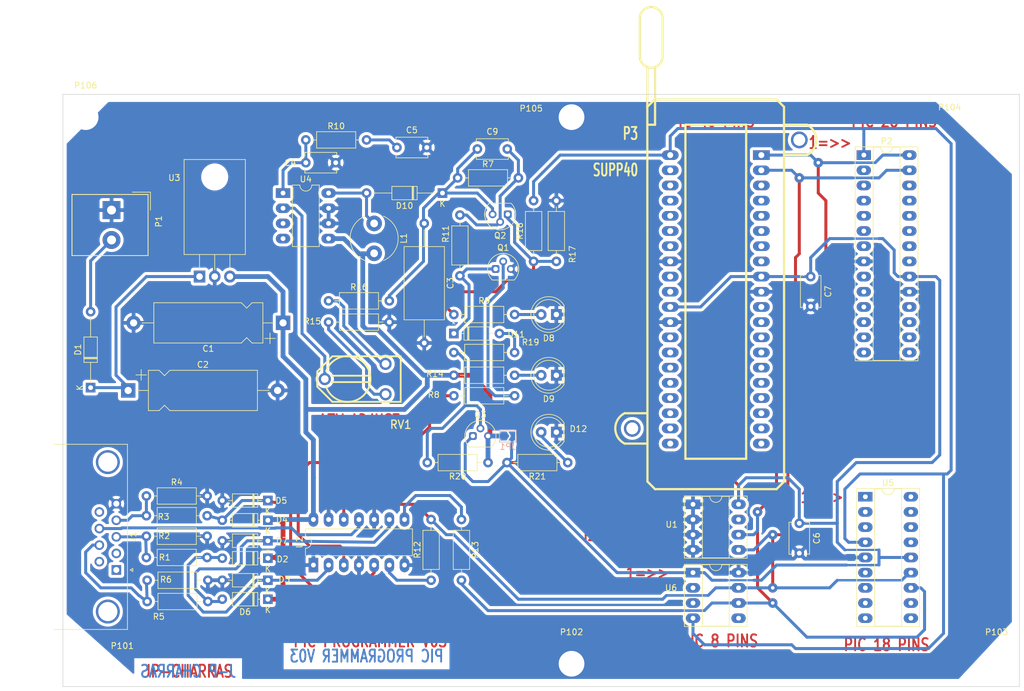
<source format=kicad_pcb>
(kicad_pcb (version 20230410) (generator pcbnew)
  (title_block (title "SERIAL PIC PROGRAMMER"))
  (layers (0 "F.Cu" signal "top_layer") (31 "B.Cu" signal "bottom_layer") (34 "B.Paste" user) (35 "F.Paste" user) (36 "B.SilkS" user "B.Silkscreen") (37 "F.SilkS" user "F.Silkscreen") (38 "B.Mask" user) (39 "F.Mask" user) (44 "Edge.Cuts" user))
  (net 0 "")
  (net 1 "/PC-CLOCK-OUT")
  (net 2 "GND")
  (net 3 "Net-(C2-Pad1)")
  (net 4 "Net-(C4-Pad1)")
  (net 5 "Net-(C5-Pad1)")
  (net 6 "Net-(C9-Pad2)")
  (net 7 "Net-(D11-Pad1)")
  (net 8 "Net-(D11-Pad2)")
  (net 9 "Net-(Q1-Pad2)")
  (net 10 "Net-(Q3-Pad2)")
  (net 11 "Net-(R12-Pad1)")
  (net 12 "Net-(R13-Pad1)")
  (net 13 "Net-(R15-Pad1)")
  (net 14 "Net-(R16-Pad1)")
  (net 15 "Net-(R8-Pad1)")
  (net 16 "Net-(RV1-Pad2)")
  (net 17 "VCC")
  (net 18 "VPP")
  (net 19 "Net-(D1-Pad2)")
  (net 20 "Net-(D4-Pad2)")
  (net 21 "Net-(D8-Pad2)")
  (net 22 "Net-(D9-Pad2)")
  (net 23 "Net-(D12-Pad2)")
  (net 24 "/pic_sockets/VCC_PIC")
  (net 25 "/CLOCK-RB6")
  (net 26 "/DATA-RB7")
  (net 27 "Net-(D2-Pad2)")
  (net 28 "Net-(D6-Pad2)")
  (net 29 "Net-(D10-Pad2)")
  (net 31 "/PC-DATA-IN")
  (net 32 "/PC-DATA-OUT")
  (net 33 "/VPP_ON")
  (net 34 "Net-(Q2-Pad1)")
  (net 38 "/VPP{slash}MCLR")
  (footprint "Capacitor_THT:CP_Axial_L18.0mm_D6.5mm_P25.00mm_Horizontal" (layer "F.Cu") (at 110.49 78.867 180)
    (fp_text reference "C1")
    (fp_text value "100µF")
  )
  (footprint "Capacitor_THT:CP_Axial_L18.0mm_D6.5mm_P25.00mm_Horizontal" (layer "F.Cu") (at 84.582 90.17)
    (fp_text reference "C2")
    (fp_text value "220uF")
  )
  (footprint "MountingHole:MountingHole_4.3mm_M4" (layer "F.Cu") (at 77.47 135.89)
    (fp_text reference "P101")
    (fp_text value "CONN_1")
  )
  (footprint "MountingHole:MountingHole_4.3mm_M4" (layer "F.Cu") (at 158.75 135.89)
    (fp_text reference "P102")
    (fp_text value "CONN_1")
  )
  (footprint "MountingHole:MountingHole_4.3mm_M4" (layer "F.Cu") (at 229.87 135.89)
    (fp_text reference "P103")
    (fp_text value "CONN_1")
  )
  (footprint "MountingHole:MountingHole_4.3mm_M4" (layer "F.Cu") (at 229.87 44.45)
    (fp_text reference "P104")
    (fp_text value "CONN_1")
  )
  (footprint "MountingHole:MountingHole_4.3mm_M4" (layer "F.Cu") (at 158.75 44.45)
    (fp_text reference "P105")
    (fp_text value "CONN_1")
  )
  (footprint "MountingHole:MountingHole_4.3mm_M4" (layer "F.Cu") (at 77.47 44.45)
    (fp_text reference "P106")
    (fp_text value "CONN_1")
  )
  (footprint "footprints:40tex-Ell600" (layer "F.Cu") (at 175.26 50.8)
    (fp_text reference "P3")
    (fp_text value "SUPP40")
  )
  (footprint "Package_DIP:DIP-8_W7.62mm_Socket_LongPads" (layer "F.Cu") (at 179.07 120.65)
    (fp_text reference "U6")
    (fp_text value "PIC_8_PINS")
  )
  (footprint "Package_DIP:DIP-8_W7.62mm_Socket_LongPads" (layer "F.Cu") (at 179.07 109.22)
    (fp_text reference "U1")
    (fp_text value "24Cxx")
  )
  (footprint "Package_DIP:DIP-8_W7.62mm_LongPads" (layer "F.Cu") (at 110.49 57.15)
    (fp_text reference "U4")
    (fp_text value "LT1373")
  )
  (footprint "Package_DIP:DIP-28_W7.62mm_Socket_LongPads" (layer "F.Cu") (at 207.645 50.8)
    (fp_text reference "P2")
    (fp_text value "SUPP28")
  )
  (footprint "Package_DIP:DIP-18_W7.62mm_Socket_LongPads" (layer "F.Cu") (at 207.899 107.95)
    (fp_text reference "U5")
    (fp_text value "PIC_18_PINS")
  )
  (footprint "Package_DIP:DIP-14_W7.62mm_LongPads" (layer "F.Cu") (at 115.57 119.38 90)
    (fp_text reference "U2")
    (fp_text value "74HC125")
  )
  (footprint "Diode_THT:D_DO-35_SOD27_P7.62mm_Horizontal" (layer "F.Cu") (at 107.95 118.237 180)
    (fp_text reference "D2")
    (fp_text value "BAT43")
  )
  (footprint "Diode_THT:D_DO-35_SOD27_P7.62mm_Horizontal" (layer "F.Cu") (at 107.95 121.92 180)
    (fp_text reference "D3")
    (fp_text value "BAT43")
  )
  (footprint "Diode_THT:D_DO-35_SOD27_P7.62mm_Horizontal" (layer "F.Cu") (at 107.95 111.887 180)
    (fp_text reference "D4")
    (fp_text value "BAT43")
  )
  (footprint "Diode_THT:D_DO-35_SOD27_P7.62mm_Horizontal" (layer "F.Cu") (at 107.95 108.585 180)
    (fp_text reference "D5")
    (fp_text value "BAT43")
  )
  (footprint "Diode_THT:D_DO-35_SOD27_P7.62mm_Horizontal" (layer "F.Cu") (at 139.065 80.645)
    (fp_text reference "D11")
    (fp_text value "BAT43")
  )
  (footprint "Diode_THT:D_DO-35_SOD27_P7.62mm_Horizontal" (layer "F.Cu") (at 107.95 115.316 180)
    (fp_text reference "D7")
    (fp_text value "BAT43")
  )
  (footprint "Diode_THT:D_DO-35_SOD27_P7.62mm_Horizontal" (layer "F.Cu") (at 107.95 125.095 180)
    (fp_text reference "D6")
    (fp_text value "BAT43")
  )
  (footprint "Connector_Dsub:DSUB-9_Female_Horizontal_P2.77x2.84mm_EdgePinOffset7.70mm_Housed_MountingHolesOffset9.12mm" (layer "F.Cu") (at 82.6 120.2 -90)
    (fp_text reference "J1")
    (fp_text value "DB9-FEMAL")
  )
  (footprint "Package_TO_SOT_THT:TO-92" (layer "F.Cu") (at 142.24 97.79)
    (fp_text reference "Q3")
    (fp_text value "BC307")
  )
  (footprint "Package_TO_SOT_THT:TO-92" (layer "F.Cu") (at 148.082 60.706 180)
    (fp_text reference "Q2")
    (fp_text value "BC307")
  )
  (footprint "Package_TO_SOT_THT:TO-92" (layer "F.Cu") (at 146.05 69.85)
    (fp_text reference "Q1")
    (fp_text value "BC237")
  )
  (footprint "Resistor_THT:R_Axial_DIN0207_L6.3mm_D2.5mm_P10.16mm_Horizontal" (layer "F.Cu") (at 152.4 68.58 90)
    (fp_text reference "R18")
    (fp_text value "220")
  )
  (footprint "Resistor_THT:R_Axial_DIN0207_L6.3mm_D2.5mm_P10.16mm_Horizontal" (layer "F.Cu") (at 114.3 48.26)
    (fp_text reference "R10")
    (fp_text value "5,1K")
  )
  (footprint "Resistor_THT:R_Axial_DIN0207_L6.3mm_D2.5mm_P10.16mm_Horizontal" (layer "F.Cu") (at 139.065 77.47)
    (fp_text reference "R9")
    (fp_text value "2.2K")
  )
  (footprint "Resistor_THT:R_Axial_DIN0207_L6.3mm_D2.5mm_P10.16mm_Horizontal" (layer "F.Cu") (at 87.63 118.11)
    (fp_text reference "R1")
    (fp_text value "10K")
  )
  (footprint "Resistor_THT:R_Axial_DIN0207_L6.3mm_D2.5mm_P10.16mm_Horizontal" (layer "F.Cu") (at 87.63 114.554)
    (fp_text reference "R2")
    (fp_text value "10K")
  )
  (footprint "Resistor_THT:R_Axial_DIN0207_L6.3mm_D2.5mm_P10.16mm_Horizontal" (layer "F.Cu") (at 87.63 111.125)
    (fp_text reference "R3")
    (fp_text value "10K")
  )
  (footprint "Resistor_THT:R_Axial_DIN0207_L6.3mm_D2.5mm_P10.16mm_Horizontal" (layer "F.Cu") (at 87.63 107.823)
    (fp_text reference "R4")
    (fp_text value "10K")
  )
  (footprint "Resistor_THT:R_Axial_DIN0207_L6.3mm_D2.5mm_P10.16mm_Horizontal" (layer "F.Cu") (at 87.757 125.476)
    (fp_text reference "R5")
    (fp_text value "10K")
  )
  (footprint "Resistor_THT:R_Axial_DIN0207_L6.3mm_D2.5mm_P10.16mm_Horizontal" (layer "F.Cu") (at 139.7 54.61)
    (fp_text reference "R7")
    (fp_text value "10K")
  )
  (footprint "Resistor_THT:R_Axial_DIN0207_L6.3mm_D2.5mm_P10.16mm_Horizontal" (layer "F.Cu") (at 87.757 121.92)
    (fp_text reference "R6")
    (fp_text value "10K")
  )
  (footprint "Resistor_THT:R_Axial_DIN0207_L6.3mm_D2.5mm_P10.16mm_Horizontal" (layer "F.Cu") (at 158.115 102.235 180)
    (fp_text reference "R21")
    (fp_text value "470")
  )
  (footprint "Resistor_THT:R_Axial_DIN0207_L6.3mm_D2.5mm_P10.16mm_Horizontal" (layer "F.Cu") (at 144.78 102.235 180)
    (fp_text reference "R20")
    (fp_text value "2.2K")
  )
  (footprint "Resistor_THT:R_Axial_DIN0207_L6.3mm_D2.5mm_P10.16mm_Horizontal" (layer "F.Cu") (at 149.225 83.82 180)
    (fp_text reference "R19")
    (fp_text value "2.2K")
  )
  (footprint "Resistor_THT:R_Axial_DIN0207_L6.3mm_D2.5mm_P10.16mm_Horizontal" (layer "F.Cu") (at 156.21 68.58 90)
    (fp_text reference "R17")
    (fp_text value "22K")
  )
  (footprint "Resistor_THT:R_Axial_DIN0207_L6.3mm_D2.5mm_P10.16mm_Horizontal" (layer "F.Cu") (at 118.11 75.184)
    (fp_text reference "R16")
    (fp_text value "62K")
  )
  (footprint "Resistor_THT:R_Axial_DIN0207_L6.3mm_D2.5mm_P10.16mm_Horizontal" (layer "F.Cu") (at 118.11 78.74)
    (fp_text reference "R15")
    (fp_text value "6.2K")
  )
  (footprint "Resistor_THT:R_Axial_DIN0207_L6.3mm_D2.5mm_P10.16mm_Horizontal" (layer "F.Cu") (at 139.065 87.63)
    (fp_text reference "R14")
    (fp_text value "470")
  )
  (footprint "Resistor_THT:R_Axial_DIN0207_L6.3mm_D2.5mm_P10.16mm_Horizontal" (layer "F.Cu") (at 140.335 111.76 -90)
    (fp_text reference "R13")
    (fp_text value "470")
  )
  (footprint "Resistor_THT:R_Axial_DIN0207_L6.3mm_D2.5mm_P10.16mm_Horizontal" (layer "F.Cu") (at 139.065 91.059)
    (fp_text reference "R8")
    (fp_text value "1K")
  )
  (footprint "Resistor_THT:R_Axial_DIN0207_L6.3mm_D2.5mm_P10.16mm_Horizontal" (layer "F.Cu") (at 135.255 121.92 90)
    (fp_text reference "R12")
    (fp_text value "470")
  )
  (footprint "LED_THT:LED_D5.0mm" (layer "F.Cu") (at 156.21 77.47 180)
    (fp_text reference "D8")
    (fp_text value "RED-LED")
  )
  (footprint "LED_THT:LED_D5.0mm" (layer "F.Cu") (at 156.21 87.63 180)
    (fp_text reference "D9")
    (fp_text value "GREEN-LED")
  )
  (footprint "LED_THT:LED_D5.0mm" (layer "F.Cu") (at 156.21 97.155 180)
    (fp_text reference "D12")
    (fp_text value "YELLOW-LED")
  )
  (footprint "Capacitor_THT:C_Disc_D5.1mm_W3.2mm_P5.00mm" (layer "F.Cu") (at 114.3 52.07)
    (fp_text reference "C4")
    (fp_text value "0")
  )
  (footprint "Capacitor_THT:C_Disc_D5.1mm_W3.2mm_P5.00mm" (layer "F.Cu") (at 129.54 49.53)
    (fp_text reference "C5")
    (fp_text value "10nF")
  )
  (footprint "Capacitor_THT:C_Disc_D5.1mm_W3.2mm_P5.00mm" (layer "F.Cu") (at 198.755 71.12 -90)
    (fp_text reference "C7")
    (fp_text value "100nF")
  )
  (footprint "Capacitor_THT:C_Disc_D5.1mm_W3.2mm_P5.00mm" (layer "F.Cu") (at 143.002 49.784)
    (fp_text reference "C9")
    (fp_text value "220nF")
  )
  (footprint "Capacitor_THT:C_Disc_D5.1mm_W3.2mm_P5.00mm" (layer "F.Cu") (at 196.85 112.395 -90)
    (fp_text reference "C6")
    (fp_text value "100nF")
  )
  (footprint "Diode_THT:D_DO-35_SOD27_P12.70mm_Horizontal" (layer "F.Cu") (at 137.16 57.15 180)
    (fp_text reference "D10")
    (fp_text value "SCHOTTKY")
  )
  (footprint "footprints:RV2X4" (layer "F.Cu") (at 127.635 90.805 180)
    (fp_text reference "RV1")
    (fp_text value "1K")
  )
  (footprint "TerminalBlock_Altech:Altech_AK300_1x02_P5.00mm_45-Degree" (layer "F.Cu") (at 81.8 60 -90)
    (fp_text reference "P1")
    (fp_text value "CONN_2")
  )
  (footprint "Package_TO_SOT_THT:TO-220-3_Horizontal_TabDown" (layer "F.Cu") (at 96.52 71.12)
    (fp_text reference "U3")
    (fp_text value "7805")
  )
  (footprint "Resistor_THT:R_Axial_DIN0207_L6.3mm_D2.5mm_P10.16mm_Horizontal" (layer "F.Cu") (at 140.081 70.993 90)
    (fp_text reference "R11")
    (fp_text value "22K")
  )
  (footprint "Capacitor_THT:C_Axial_L12.0mm_D6.5mm_P20.00mm_Horizontal" (layer "F.Cu") (at 134.112 62.23 -90)
    (fp_text reference "C3")
    (fp_text value "22uF/25V")
  )
  (footprint "Inductor_THT:L_Radial_D7.8mm_P5.00mm_Fastron_07HCP" (layer "F.Cu") (at 125.73 62.23 -90)
    (fp_text reference "L1")
    (fp_text value "22uH")
  )
  (footprint "Diode_THT:D_DO-35_SOD27_P12.70mm_Horizontal" (layer "F.Cu") (at 78.3 89.7 90)
    (fp_text reference "D1")
    (fp_text value "1N4004")
  )
  (footprint "Jumper:SolderJumper-2_P1.3mm_Open_TrianglePad1.0x1.5mm" (layer "B.Cu") (at 148.082 97.79)
    (fp_text reference "JP1")
    (fp_text value "JUMPER")
  )
  (gr_line (start 73.66 139.7) (end 73.66 40.64) (stroke (width 0.1)) (layer "Edge.Cuts"))
  (gr_line (start 173.99 40.64) (end 233.68 40.64) (stroke (width 0.1)) (layer "Edge.Cuts"))
  (gr_line (start 73.66 40.64) (end 173.99 40.64) (stroke (width 0.1)) (layer "Edge.Cuts"))
  (gr_line (start 233.68 139.7) (end 73.66 139.7) (stroke (width 0.1)) (layer "Edge.Cuts"))
  (gr_line (start 233.68 40.64) (end 233.68 139.7) (stroke (width 0.1)) (layer "Edge.Cuts"))
  (gr_text "+8/12V" (at 81.5 55.5) (layer "F.Cu") (effects (font (size 2.032 1.524) (thickness 0.3048))))
  (gr_text "VCC ON" (at 162.9 99.1) (layer "F.Cu") (effects (font (size 2.032 1.524) (thickness 0.3048))))
  (gr_text "JP-CHARRAS" (at 94.615 137.16) (layer "F.Cu") (effects (font (size 2.032 1.524) (thickness 0.3048))))
  (gr_text "1=>>" (at 167.64 48.895) (layer "F.Cu") (effects (font (size 2.032 1.524) (thickness 0.3048))))
  (gr_text "PWR ON" (at 163.83 88.9) (layer "F.Cu") (effects (font (size 2.032 1.524) (thickness 0.3048))))
  (gr_text "PIC PROGRAMMER V03" (at 125.095 132.08) (layer "F.Cu") (effects (font (size 2.032 1.524) (thickness 0.3048))))
  (gr_text "1=>>" (at 200.66 107.95) (layer "F.Cu") (effects (font (size 2.032 1.524) (thickness 0.3048))))
  (gr_text "PIC 18 PINS" (at 211.455 132.715) (layer "F.Cu") (effects (font (size 2.032 1.524) (thickness 0.3048))))
  (gr_text "I2C PROM" (at 166.37 114.3) (layer "F.Cu") (effects (font (size 2.032 1.524) (thickness 0.3048))))
  (gr_text "VPP ON" (at 163.195 80.645) (layer "F.Cu") (effects (font (size 2.032 1.524) (thickness 0.3048))))
  (gr_text "1=>>" (at 171.45 109.22) (layer "F.Cu") (effects (font (size 2.032 1.524) (thickness 0.3048))))
  (gr_text "13V ADJUST" (at 123.19 95.25) (layer "F.Cu") (effects (font (size 2.032 1.524) (thickness 0.3048))))
  (gr_text "PIC 8 PINS" (at 183.515 132.08) (layer "F.Cu") (effects (font (size 2.032 1.524) (thickness 0.3048))))
  (gr_text "PIC 28 PINS" (at 212.725 45.085) (layer "F.Cu") (effects (font (size 2.032 1.524) (thickness 0.3048))))
  (gr_text "1=>>" (at 171.45 120.65) (layer "F.Cu") (effects (font (size 2.032 1.524) (thickness 0.3048))))
  (gr_text "PIC 40 PINS" (at 182.245 45.085) (layer "F.Cu") (effects (font (size 2.032 1.524) (thickness 0.3048))))
  (gr_text "1=>>" (at 202 48.7) (layer "F.Cu") (effects (font (size 2.032 1.524) (thickness 0.3048))))
  (gr_text "J-P CHARRAS" (at 94.615 137.16) (layer "B.Cu") (effects (font (size 2.032 1.524) (thickness 0.3048)) (justify mirror)))
  (gr_text "PIC PROGRAMMER V03" (at 124.46 134.62) (layer "B.Cu") (effects (font (size 2.032 1.524) (thickness 0.3048)) (justify mirror)))
  (segment (start 85.09 123.19) (end 86.36 124.46) (width 0.5) (layer "B.Cu") (net 1))
  (segment (start 77.47 117.475) (end 77.47 120.65) (width 0.5) (layer "B.Cu") (net 1))
  (segment (start 78.62863 116.045) (end 77.47 117.20363) (width 0.5) (layer "B.Cu") (net 1))
  (segment (start 86.36 124.46) (end 87.757 125.476) (width 0.5) (layer "B.Cu") (net 1))
  (segment (start 80.01 123.19) (end 85.09 123.19) (width 0.5) (layer "B.Cu") (net 1))
  (segment (start 87.757 125.476) (end 87.63 121.92) (width 0.5) (layer "B.Cu") (net 1))
  (segment (start 79.76 116.045) (end 78.62863 116.045) (width 0.5) (layer "B.Cu") (net 1))
  (segment (start 77.47 120.65) (end 80.01 123.19) (width 0.5) (layer "B.Cu") (net 1))
  (segment (start 77.47 117.20363) (end 77.47 117.475) (width 0.5) (layer "B.Cu") (net 1))
  (segment (start 82.55 76.2) (end 87.63 71.12) (width 0.5) (layer "B.Cu") (net 3))
  (segment (start 84.112 89.7) (end 84.582 90.17) (width 0.5) (layer "B.Cu") (net 3))
  (segment (start 84.455 89.535) (end 82.55 87.63) (width 0.5) (layer "B.Cu") (net 3))
  (segment (start 78.3 89.7) (end 84.112 89.7) (width 0.5) (layer "B.Cu") (net 3))
  (segment (start 87.63 71.12) (end 96.52 71.12) (width 0.5) (layer "B.Cu") (net 3))
  (segment (start 82.55 87.63) (end 82.55 76.2) (width 0.5) (layer "B.Cu") (net 3))
  (segment (start 84.455 90.17) (end 84.455 89.535) (width 0.5) (layer "B.Cu") (net 3))
  (segment (start 114.3 48.26) (end 114.3 52.07) (width 0.5) (layer "B.Cu") (net 4))
  (segment (start 110.49 57.15) (end 110.49 53.34) (width 0.5) (layer "B.Cu") (net 4))
  (segment (start 110.49 53.34) (end 111.76 52.07) (width 0.5) (layer "B.Cu") (net 4))
  (segment (start 111.76 52.07) (end 114.3 52.07) (width 0.5) (layer "B.Cu") (net 4))
  (segment (start 124.46 48.26) (end 128.27 48.26) (width 0.5) (layer "B.Cu") (net 5))
  (segment (start 128.27 48.26) (end 129.54 49.53) (width 0.5) (layer "B.Cu") (net 5))
  (segment (start 149.86 51.642) (end 149.86 54.61) (width 0.5) (layer "B.Cu") (net 6))
  (segment (start 141.21237 60.833) (end 142.855369 62.475999) (width 0.5) (layer "B.Cu") (net 6))
  (segment (start 146.312001 62.475999) (end 146.812 61.976) (width 0.5) (layer "B.Cu") (net 6))
  (segment (start 146.812 57.658) (end 149.86 54.61) (width 0.5) (layer "B.Cu") (net 6))
  (segment (start 148.002 49.784) (end 149.86 51.642) (width 0.5) (layer "B.Cu") (net 6))
  (segment (start 146.812 61.976) (end 146.812 57.658) (width 0.5) (layer "B.Cu") (net 6))
  (segment (start 140.081 60.833) (end 141.21237 60.833) (width 0.5) (layer "B.Cu") (net 6))
  (segment (start 142.855369 62.475999) (end 146.312001 62.475999) (width 0.5) (layer "B.Cu") (net 6))
  (segment (start 141.605 72.517) (end 140.081 70.993) (width 0.5) (layer "B.Cu") (net 7))
  (segment (start 141.605 78.105) (end 141.605 72.517) (width 0.5) (layer "B.Cu") (net 7))
  (segment (start 141.224 69.85) (end 146.05 69.85) (width 0.5) (layer "B.Cu") (net 7))
  (segment (start 140.081 70.993) (end 141.224 69.85) (width 0.5) (layer "B.Cu") (net 7))
  (segment (start 139.065 80.645) (end 141.605 78.105) (width 0.5) (layer "B.Cu") (net 7))
  (segment (start 146.685 80.645) (end 148.59 80.645) (width 0.5) (layer "B.Cu") (net 8))
  (segment (start 148.59 80.645) (end 149.225 81.28) (width 0.5) (layer "B.Cu") (net 8))
  (segment (start 149.225 81.28) (end 149.225 83.82) (width 0.5) (layer "B.Cu") (net 8))
  (segment (start 145.923 91.059) (end 144.78 89.916) (width 0.5) (layer "B.Cu") (net 9))
  (segment (start 147.32 71.12) (end 147.32 68.58) (width 0.5) (layer "B.Cu") (net 9))
  (segment (start 147.32 73.025) (end 147.32 71.12) (width 0.5) (layer "B.Cu") (net 9))
  (segment (start 144.78 89.916) (end 144.78 75.565) (width 0.5) (layer "B.Cu") (net 9))
  (segment (start 144.78 75.565) (end 147.32 73.025) (width 0.5) (layer "B.Cu") (net 9))
  (segment (start 149.225 91.059) (end 145.923 91.059) (width 0.5) (layer "B.Cu") (net 9))
  (segment (start 135.255 96.52) (end 137.16 96.52) (width 0.5) (layer "B.Cu") (net 10))
  (segment (start 135.255 96.52) (end 134.62 97.155) (width 0.5) (layer "B.Cu") (net 10))
  (segment (start 143.51 93.345) (end 143.51 96.52) (width 0.5) (layer "B.Cu") (net 10))
  (segment (start 142.875 92.71) (end 143.51 93.345) (width 0.5) (layer "B.Cu") (net 10))
  (segment (start 134.62 97.155) (end 134.62 102.235) (width 0.5) (layer "B.Cu") (net 10))
  (segment (start 140.97 85.09) (end 139.7 83.82) (width 0.5) (layer "B.Cu") (net 10))
  (segment (start 140.97 85.09) (end 140.97 92.71) (width 0.5) (layer "B.Cu") (net 10))
  (segment (start 137.16 96.52) (end 140.97 92.71) (width 0.5) (layer "B.Cu") (net 10))
  (segment (start 139.7 83.82) (end 139.065 83.82) (width 0.5) (layer "B.Cu") (net 10))
  (segment (start 140.97 92.71) (end 142.875 92.71) (width 0.5) (layer "B.Cu") (net 10))
  (segment (start 128.27 119.38) (end 128.27 120.65) (width 0.5) (layer "B.Cu") (net 11))
  (segment (start 128.27 120.65) (end 129.54 121.92) (width 0.5) (layer "B.Cu") (net 11))
  (segment (start 129.54 121.92) (end 135.255 121.92) (width 0.5) (layer "B.Cu") (net 11))
  (segment (start 130.81 109.6264) (end 132.6896 107.7468) (width 0.5) (layer "B.Cu") (net 12))
  (segment (start 132.6896 107.7468) (end 138.4046 107.7468) (width 0.5) (layer "B.Cu") (net 12))
  (segment (start 138.4046 107.7468) (end 140.335 109.6772) (width 0.5) (layer "B.Cu") (net 12))
  (segment (start 140.335 109.6772) (end 140.335 111.76) (width 0.5) (layer "B.Cu") (net 12))
  (segment (start 130.81 111.76) (end 130.81 109.6264) (width 0.5) (layer "B.Cu") (net 12))
  (segment (start 118.11 80.01) (end 124.46 86.36) (width 0.5) (layer "B.Cu") (net 13))
  (segment (start 124.46 86.36) (end 124.46 89.535) (width 0.5) (layer "B.Cu") (net 13))
  (segment (start 125.73 90.805) (end 127.635 90.805) (width 0.5) (layer "B.Cu") (net 13))
  (segment (start 118.11 78.74) (end 118.11 80.01) (width 0.5) (layer "B.Cu") (net 13))
  (segment (start 124.46 89.535) (end 125.73 90.805) (width 0.5) (layer "B.Cu") (net 13))
  (segment (start 119.634 75.184) (end 120.65 76.2) (width 0.5) (layer "B.Cu") (net 14))
  (segment (start 120.65 79.375) (end 127 85.725) (width 0.5) (layer "B.Cu") (net 14))
  (segment (start 127 85.725) (end 127.635 85.725) (width 0.5) (layer "B.Cu") (net 14))
  (segment (start 118.11 75.184) (end 119.634 75.184) (width 0.5) (layer "B.Cu") (net 14))
  (segment (start 120.65 76.2) (end 120.65 79.375) (width 0.5) (layer "B.Cu") (net 14))
  (segment (start 135.001 96.266) (end 135.001 92.456) (width 0.5) (layer "F.Cu") (net 15))
  (segment (start 120.015 116.205) (end 114.935 116.205) (width 0.5) (layer "F.Cu") (net 15))
  (segment (start 114.935 102.235) (end 129.032 102.235) (width 0.5) (layer "F.Cu") (net 15))
  (segment (start 129.032 102.235) (end 135.001 96.266) (width 0.5) (layer "F.Cu") (net 15))
  (segment (start 136.398 91.059) (end 139.065 91.059) (width 0.5) (layer "F.Cu") (net 15))
  (segment (start 135.001 92.456) (end 136.398 91.059) (width 0.5) (layer "F.Cu") (net 15))
  (segment (start 113.03 104.14) (end 114.935 102.235) (width 0.5) (layer "F.Cu") (net 15))
  (segment (start 113.03 114.3) (end 113.03 104.14) (width 0.5) (layer "F.Cu") (net 15))
  (segment (start 120.65 116.84) (end 120.015 116.205) (width 0.5) (layer "F.Cu") (net 15))
  (segment (start 114.935 116.205) (end 113.03 114.3) (width 0.5) (layer "F.Cu") (net 15))
  (segment (start 120.65 119.38) (end 120.65 116.84) (width 0.5) (layer "F.Cu") (net 15))
  (segment (start 112.395 59.69) (end 113.665 60.96) (width 0.5) (layer "B.Cu") (net 16))
  (segment (start 110.49 59.69) (end 112.395 59.69) (width 0.5) (layer "B.Cu") (net 16))
  (segment (start 113.665 60.96) (end 113.665 80.645) (width 0.5) (layer "B.Cu") (net 16))
  (segment (start 117.475 84.455) (end 117.475 88.265) (width 0.5) (layer "B.Cu") (net 16))
  (segment (start 113.665 80.645) (end 117.475 84.455) (width 0.5) (layer "B.Cu") (net 16))
  (segment (start 110.49 124.155) (end 110.49 119.38) (width 0.8) (layer "F.Cu") (net 17))
  (segment (start 145.1 97.47) (end 144.78 97.79) (width 0.8) (layer "F.Cu") (net 17))
  (segment (start 141.986 87.63) (end 145.1 90.744) (width 0.8) (layer "F.Cu") (net 17))
  (segment (start 109.55 125.095) (end 110.49 124.155) (width 0.8) (layer "F.Cu") (net 17))
  (segment (start 145.1 90.744) (end 145.1 97.47) (width 0.8) (layer "F.Cu") (net 17))
  (segment (start 110.49 119.38) (end 109.22 118.11) (width 0.8) (layer "F.Cu") (net 17))
  (segment (start 107.95 125.095) (end 109.55 125.095) (width 0.8) (layer "F.Cu") (net 17))
  (segment (start 109.22 118.11) (end 107.95 118.11) (width 0.8) (layer "F.Cu") (net 17))
  (segment (start 109.855 111.76) (end 110.49 112.395) (width 0.8) (layer "F.Cu") (net 17))
  (segment (start 110.49 112.395) (end 110.49 116.84) (width 0.8) (layer "F.Cu") (net 17))
  (segment (start 107.95 111.76) (end 109.855 111.76) (width 0.8) (layer "F.Cu") (net 17))
  (segment (start 139.065 87.63) (end 141.986 87.63) (width 0.8) (layer "F.Cu") (net 17))
  (segment (start 110.49 116.84) (end 109.22 118.11) (width 0.8) (layer "F.Cu") (net 17))
  (segment (start 144.78 97.79) (end 144.78 97.917) (width 0.8) (layer "B.Cu") (net 17))
  (segment (start 124.46 80.01) (end 123.825 79.375) (width 0.8) (layer "B.Cu") (net 17))
  (segment (start 134.62 87.63) (end 133.985 87.63) (width 0.8) (layer "B.Cu") (net 17))
  (segment (start 107.95 111.76) (end 115.57 111.76) (width 0.8) (layer "B.Cu") (net 17))
  (segment (start 114.3 88.265) (end 114.3 93.345) (width 0.8) (layer "B.Cu") (net 17))
  (segment (start 110.49 78.74) (end 110.49 73.66) (width 0.8) (layer "B.Cu") (net 17))
  (segment (start 110.49 73.66) (end 107.95 71.12) (width 0.8) (layer "B.Cu") (net 17))
  (segment (start 123.825 67.31) (end 123.19 67.31) (width 0.8) (layer "B.Cu") (net 17))
  (segment (start 130.81 93.345) (end 134.62 89.535) (width 0.8) (layer "B.Cu") (net 17))
  (segment (start 147.447 97.79) (end 144.78 97.79) (width 0.8) (layer "B.Cu") (net 17))
  (segment (start 114.3 93.345) (end 114.3 97.155) (width 0.8) (layer "B.Cu") (net 17))
  (segment (start 115.57 111.76) (end 115.57 104.775) (width 0.8) (layer "B.Cu") (net 17))
  (segment (start 123.825 79.375) (end 123.825 67.31) (width 0.8) (layer "B.Cu") (net 17))
  (segment (start 110.49 84.455) (end 114.3 88.265) (width 0.8) (layer "B.Cu") (net 17))
  (segment (start 125.73 67.31) (end 123.825 67.31) (width 0.8) (layer "B.Cu") (net 17))
  (segment (start 133.985 87.63) (end 126.365 80.01) (width 0.8) (layer "B.Cu") (net 17))
  (segment (start 118.11 64.77) (end 120.65 64.77) (width 0.8) (layer "B.Cu") (net 17))
  (segment (start 115.57 98.425) (end 115.57 104.775) (width 0.8) (layer "B.Cu") (net 17))
  (segment (start 126.365 80.01) (end 124.46 80.01) (width 0.8) (layer "B.Cu") (net 17))
  (segment (start 114.3 97.155) (end 115.57 98.425) (width 0.8) (layer "B.Cu") (net 17))
  (segment (start 114.3 93.345) (end 130.81 93.345) (width 0.8) (layer "B.Cu") (net 17))
  (segment (start 139.065 87.63) (end 134.62 87.63) (width 0.8) (layer "B.Cu") (net 17))
  (segment (start 110.49 78.74) (end 110.49 84.455) (width 0.8) (layer "B.Cu") (net 17))
  (segment (start 123.19 67.31) (end 120.65 64.77) (width 0.8) (layer "B.Cu") (net 17))
  (segment (start 134.62 89.535) (end 134.62 87.63) (width 0.8) (layer "B.Cu") (net 17))
  (segment (start 101.6 71.12) (end 107.95 71.12) (width 0.8) (layer "B.Cu") (net 17))
  (segment (start 144.78 102.235) (end 144.78 97.917) (width 0.8) (layer "B.Cu") (net 17))
  (segment (start 139.7 54.61) (end 139.7 53.086) (width 0.5) (layer "B.Cu") (net 18))
  (segment (start 145.542 59.706) (end 142.986 57.15) (width 0.5) (layer "B.Cu") (net 18))
  (segment (start 137.16 57.15) (end 142.748 57.15) (width 0.5) (layer "B.Cu") (net 18))
  (segment (start 136.525 57.15) (end 137.16 57.15) (width 0.5) (layer "B.Cu") (net 18))
  (segment (start 133.985 68.58) (end 128.27 74.295) (width 0.5) (layer "B.Cu") (net 18))
  (segment (start 142.986 57.15) (end 142.748 57.15) (width 0.5) (layer "B.Cu") (net 18))
  (segment (start 139.7 53.086) (end 143.002 49.784) (width 0.5) (layer "B.Cu") (net 18))
  (segment (start 136.525 57.15) (end 133.985 59.69) (width 0.5) (layer "B.Cu") (net 18))
  (segment (start 133.985 62.23) (end 133.985 68.58) (width 0.5) (layer "B.Cu") (net 18))
  (segment (start 137.16 57.15) (end 139.7 54.61) (width 0.5) (layer "B.Cu") (net 18))
  (segment (start 145.542 60.706) (end 145.542 59.706) (width 0.5) (layer "B.Cu") (net 18))
  (segment (start 133.985 62.23) (end 133.985 59.69) (width 0.5) (layer "B.Cu") (net 18))
  (segment (start 128.27 74.295) (end 128.27 75.184) (width 0.5) (layer "B.Cu") (net 18))
  (segment (start 78.3 68.5) (end 78.3 77) (width 0.5) (layer "B.Cu") (net 19))
  (segment (start 81.8 65) (end 78.3 68.5) (width 0.5) (layer "B.Cu") (net 19))
  (segment (start 111.76 119.38) (end 115.57 123.19) (width 0.5) (layer "F.Cu") (net 20))
  (segment (start 125.73 120.65) (end 125.73 119.38) (width 0.5) (layer "F.Cu") (net 20))
  (segment (start 111.76 109.855) (end 111.76 119.38) (width 0.5) (layer "F.Cu") (net 20))
  (segment (start 115.57 123.19) (end 123.19 123.19) (width 0.5) (layer "F.Cu") (net 20))
  (segment (start 107.95 108.712) (end 111.125 109.22) (width 0.5) (layer "F.Cu") (net 20))
  (segment (start 111.125 109.22) (end 111.76 109.855) (width 0.5) (layer "F.Cu") (net 20))
  (segment (start 123.19 123.19) (end 125.73 120.65) (width 0.5) (layer "F.Cu") (net 20))
  (segment (start 107.95 108.585) (end 103.632 108.585) (width 0.5) (layer "B.Cu") (net 20))
  (segment (start 100.33 111.76) (end 97.79 111.125) (width 0.5) (layer "B.Cu") (net 20))
  (segment (start 103.632 108.585) (end 100.33 111.887) (width 0.5) (layer "B.Cu") (net 20))
  (segment (start 153.67 77.47) (end 149.225 77.47) (width 0.5) (layer "B.Cu") (net 21))
  (segment (start 153.67 87.63) (end 149.225 87.63) (width 0.5) (layer "B.Cu") (net 22))
  (segment (start 153.67 97.155) (end 153.67 97.79) (width 0.5) (layer "B.Cu") (net 23))
  (segment (start 153.67 97.79) (end 158.115 102.235) (width 0.5) (layer "B.Cu") (net 23))
  (segment (start 154.305 104.775) (end 151.765 102.235) (width 0.5) (layer "F.Cu") (net 24))
  (segment (start 151.765 102.235) (end 147.955 102.235) (width 0.5) (layer "F.Cu") (net 24))
  (segment (start 185.42 104.775) (end 186.69 106.045) (width 0.5) (layer "F.Cu") (net 24))
  (segment (start 186.69 109.22) (end 186.69 106.045) (width 0.5) (layer "F.Cu") (net 24))
  (segment (start 170.18 104.775) (end 154.305 104.775) (width 0.5) (layer "F.Cu") (net 24))
  (segment (start 170.18 104.775) (end 185.42 104.775) (width 0.5) (layer "F.Cu") (net 24))
  (segment (start 184.7 121.92) (end 189.23 121.92) (width 0.35) (layer "B.Cu") (net 24))
  (segment (start 204.47 116.84) (end 210.185 116.84) (width 0.35) (layer "B.Cu") (net 24))
  (segment (start 148.717 101.473) (end 147.955 102.235) (width 0.5) (layer "B.Cu") (net 24))
  (segment (start 148.717 99.314) (end 148.717 101.473) (width 0.5) (layer "B.Cu") (net 24))
  (segment (start 206.375 102.235) (end 219.075 102.235) (width 0.5) (layer "B.Cu") (net 24))
  (segment (start 212.725 70.485) (end 213.36 71.12) (width 0.5) (layer "B.Cu") (net 24))
  (segment (start 148.807 99.224) (end 148.717 99.314) (width 0.5) (layer "B.Cu") (net 24))
  (segment (start 212.725 66.675) (end 212.725 70.485) (width 0.5) (layer "B.Cu") (net 24))
  (segment (start 204.724 119.38) (end 193.04 119.38) (width 0.5) (layer "B.Cu") (net 24))
  (segment (start 210.185 118.11) (end 210.185 116.84) (width 0.5) (layer "B.Cu") (net 24))
  (segment (start 220.345 71.755) (end 219.71 71.12) (width 0.5) (layer "B.Cu") (net 24))
  (segment (start 220.345 100.965) (end 220.345 71.755) (width 0.5) (layer "B.Cu") (net 24))
  (segment (start 204.73401 119.39001) (end 204.724 119.38) (width 0.5) (layer "B.Cu") (net 24))
  (segment (start 148.807 97.79) (end 148.807 99.224) (width 0.5) (layer "B.Cu") (net 24))
  (segment (start 179.07 120.65) (end 166.37 120.65) (width 0.5) (layer "B.Cu") (net 24))
  (segment (start 190.5 71.12) (end 198.755 71.12) (width 0.5) (layer "B.Cu") (net 24))
  (segment (start 186.69 106.045) (end 187.96 104.775) (width 0.5) (layer "B.Cu") (net 24))
  (segment (start 196.85 112.395) (end 196.85 106.68) (width 0.5) (layer "B.Cu") (net 24))
  (segment (start 166.37 120.65) (end 147.955 102.235) (width 0.5) (layer "B.Cu") (net 24))
  (segment (start 142.24 105.41) (end 144.78 105.41) (width 0.5) (layer "B.Cu") (net 24))
  (segment (start 193.04 119.38) (end 190.5 121.92) (width 0.5) (layer "B.Cu") (net 24))
  (segment (start 198.755 67.945) (end 201.93 64.77) (width 0.5) (layer "B.Cu") (net 24))
  (segment (start 182.245 121.92) (end 184.7 121.92) (width 0.5) (layer "B.Cu") (net 24))
  (segment (start 213.36 71.12) (end 215.265 71.12) (width 0.5) (layer "B.Cu") (net 24))
  (segment (start 196.85 106.68) (end 194.945 104.775) (width 0.5) (layer "B.Cu") (net 24))
  (segment (start 208.839207 119.38) (end 208.829197 119.39001) (width 0.4) (layer "B.Cu") (net 24))
  (segment (start 140.97 99.06) (end 142.24 97.79) (width 0.5) (layer "B.Cu") (net 24))
  (segment (start 140.97 99.06) (end 140.97 104.14) (width 0.5) (layer "B.Cu") (net 24))
  (segment (start 203.2 105.41) (end 206.375 102.235) (width 0.5) (layer "B.Cu") (net 24))
  (segment (start 203.2 105.41) (end 203.2 112.395) (width 0.5) (layer "B.Cu") (net 24))
  (segment (start 210.185 64.77) (end 210.82 64.77) (width 0.5) (layer "B.Cu") (net 24))
  (segment (start 180.34 76.2) (end 185.42 71.12) (width 0.5) (layer "B.Cu") (net 24))
  (segment (start 219.075 102.235) (end 220.345 100.965) (width 0.5) (layer "B.Cu") (net 24))
  (segment (start 208.829197 119.39001) (end 204.73401 119.39001) (width 0.4) (layer "B.Cu") (net 24))
  (segment (start 203.2 112.395) (end 203.2 115.57) (width 0.5) (layer "B.Cu") (net 24))
  (segment (start 187.96 104.775) (end 194.945 104.775) (width 0.5) (layer "B.Cu") (net 24))
  (segment (start 210.185 119.38) (end 210.185 118.11) (width 0.5) (layer "B.Cu") (net 24))
  (segment (start 140.97 104.14) (end 142.24 105.41) (width 0.5) (layer "B.Cu") (net 24))
  (segment (start 198.755 71.12) (end 198.755 67.945) (width 0.5) (layer "B.Cu") (net 24))
  (segment (start 175.26 76.2) (end 180.34 76.2) (width 0.5) (layer "B.Cu") (net 24))
  (segment (start 210.82 64.77) (end 212.725 66.675) (width 0.5) (layer "B.Cu") (net 24))
  (segment (start 210.185 118.11) (end 215.265 118.11) (width 0.5) (layer "B.Cu") (net 24))
  (segment (start 205.74 64.77) (end 210.185 64.77) (width 0.4) (layer "B.Cu") (net 24))
  (segment (start 190.5 121.92) (end 189.23 121.92) (width 0.5) (layer "B.Cu") (net 24))
  (segment (start 186.69 109.22) (end 186.69 106.045) (width 0.5) (layer "B.Cu") (net 24))
  (segment (start 196.85 112.395) (end 203.2 112.395) (width 0.5) (layer "B.Cu") (net 24))
  (segment (start 210.185 119.38) (end 208.839207 119.38) (width 0.4) (layer "B.Cu") (net 24))
  (segment (start 201.93 64.77) (end 205.74 64.77) (width 0.5) (layer "B.Cu") (net 24))
  (segment (start 144.78 105.41) (end 147.955 102.235) (width 0.5) (layer "B.Cu") (net 24))
  (segment (start 203.2 115.57) (end 204.47 116.84) (width 0.5) (layer "B.Cu") (net 24))
  (segment (start 185.42 71.12) (end 190.5 71.12) (width 0.5) (layer "B.Cu") (net 24))
  (segment (start 179.07 120.65) (end 180.975 120.65) (width 0.5) (layer "B.Cu") (net 24))
  (segment (start 180.975 120.65) (end 182.245 121.92) (width 0.5) (layer "B.Cu") (net 24))
  (segment (start 219.71 71.12) (end 215.265 71.12) (width 0.5) (layer "B.Cu") (net 24))
  (segment (start 189.865 123.19) (end 192.405 125.73) (width 0.5) (layer "F.Cu") (net 25))
  (segment (start 193.04 75.565) (end 196.215 72.39) (width 0.5) (layer "F.Cu") (net 25))
  (segment (start 196.85 67.31) (end 196.85 54.61) (width 0.5) (layer "F.Cu") (net 25))
  (segment (start 196.215 72.39) (end 196.215 67.945) (width 0.5) (layer "F.Cu") (net 25))
  (segment (start 193.04 107.315) (end 189.865 110.49) (width 0.5) (layer "F.Cu") (net 25))
  (segment (start 189.865 110.49) (end 189.865 123.19) (width 0.5) (layer "F.Cu") (net 25))
  (segment (start 196.215 67.945) (end 196.85 67.31) (width 0.5) (layer "F.Cu") (net 25))
  (segment (start 193.04 107.315) (end 193.04 75.565) (width 0.5) (layer "F.Cu") (net 25))
  (via (at 189.865 110.49) (size 1.6) (drill 0.6) (layers "F.Cu" "B.Cu") (net 25))
  (via (at 192.405 125.73) (size 1.6) (drill 0.6) (layers "F.Cu" "B.Cu") (net 25))
  (via (at 196.85 54.61) (size 1.6) (drill 0.6) (layers "F.Cu" "B.Cu") (net 25))
  (segment (start 182.245 125.73) (end 186.69 125.73) (width 0.5) (layer "B.Cu") (net 25))
  (segment (start 195.58 53.34) (end 196.85 54.61) (width 0.5) (layer "B.Cu") (net 25))
  (segment (start 190.5 53.34) (end 195.58 53.34) (width 0.5) (layer "B.Cu") (net 25))
  (segment (start 216.535 131.445) (end 217.805 130.175) (width 0.5) (layer "B.Cu") (net 25))
  (segment (start 211.455 53.34) (end 215.265 53.34) (width 0.5) (layer "B.Cu") (net 25))
  (segment (start 189.23 114.3) (end 186.69 114.3) (width 0.5) (layer "B.Cu") (net 25))
  (segment (start 182.245 125.73) (end 180.975 127) (width 0.5) (layer "B.Cu") (net 25))
  (segment (start 205.74 54.61) (end 208.915 54.61) (width 0.4318) (layer "B.Cu") (net 25))
  (segment (start 211.455 53.34) (end 210.185 54.61) (width 0.5) (layer "B.Cu") (net 25))
  (segment (start 140.335 122.555) (end 144.78 127) (width 0.5) (layer "B.Cu") (net 25))
  (segment (start 210.185 54.61) (end 208.915 54.61) (width 0.5) (layer "B.Cu") (net 25))
  (segment (start 217.805 123.825) (end 217.17 123.19) (width 0.5) (layer "B.Cu") (net 25))
  (segment (start 196.85 54.61) (end 205.74 54.61) (width 0.5) (layer "B.Cu") (net 25))
  (segment (start 140.335 121.92) (end 140.335 122.555) (width 0.5) (layer "B.Cu") (net 25))
  (segment (start 217.17 123.19) (end 215.265 123.19) (width 0.5) (layer "B.Cu") (net 25))
  (segment (start 144.78 127) (end 177.165 127) (width 0.5) (layer "B.Cu") (net 25))
  (segment (start 189.865 110.49) (end 189.865 113.665) (width 0.5) (layer "B.Cu") (net 25))
  (segment (start 217.805 130.175) (end 217.805 123.825) (width 0.5) (layer "B.Cu") (net 25))
  (segment (start 192.405 125.73) (end 198.12 131.445) (width 0.5) (layer "B.Cu") (net 25))
  (segment (start 198.12 131.445) (end 216.535 131.445) (width 0.5) (layer "B.Cu") (net 25))
  (segment (start 186.69 125.73) (end 192.405 125.73) (width 0.5) (layer "B.Cu") (net 25))
  (segment (start 189.865 113.665) (end 189.23 114.3) (width 0.5) (layer "B.Cu") (net 25))
  (segment (start 177.165 127) (end 180.975 127) (width 0.4318) (layer "B.Cu") (net 25))
  (segment (start 201.295 85.09) (end 194.945 91.44) (width 0.5) (layer "F.Cu") (net 26))
  (segment (start 194.945 91.44) (end 194.945 113.665) (width 0.5) (layer "F.Cu") (net 26))
  (segment (start 200.025 57.15) (end 200.025 52.07) (width 0.5) (layer "F.Cu") (net 26))
  (segment (start 201.295 58.42) (end 201.295 85.09) (width 0.5) (layer "F.Cu") (net 26))
  (segment (start 120.65 109.855) (end 121.285 109.22) (width 0.5) (layer "F.Cu") (net 26))
  (segment (start 192.405 114.3) (end 192.405 123.19) (width 0.5) (layer "F.Cu") (net 26))
  (segment (start 120.65 111.76) (end 120.65 109.855) (width 0.5) (layer "F.Cu") (net 26))
  (segment (start 194.945 113.665) (end 194.31 114.3) (width 0.5) (layer "F.Cu") (net 26))
  (segment (start 132.715 109.22) (end 135.255 111.76) (width 0.5) (layer "F.Cu") (net 26))
  (segment (start 194.31 114.3) (end 192.405 114.3) (width 0.5) (layer "F.Cu") (net 26))
  (segment (start 200.025 57.15) (end 201.295 58.42) (width 0.5) (layer "F.Cu") (net 26))
  (segment (start 121.285 109.22) (end 132.715 109.22) (width 0.5) (layer "F.Cu") (net 26))
  (via (at 200.025 52.07) (size 1.6) (drill 0.6) (layers "F.Cu" "B.Cu") (net 26))
  (via (at 192.405 123.19) (size 1.6) (drill 0.6) (layers "F.Cu" "B.Cu") (net 26))
  (via (at 192.405 114.3) (size 1.6) (drill 0.6) (layers "F.Cu" "B.Cu") (net 26))
  (segment (start 215.265 50.8) (end 210.82 50.8) (width 0.5) (layer "B.Cu") (net 26))
  (segment (start 209.55 52.07) (end 210.82 50.8) (width 0.5) (layer "B.Cu") (net 26))
  (segment (start 203.2 121.92) (end 213.995 121.92) (width 0.4) (layer "B.Cu") (net 26))
  (segment (start 201.93 123.19) (end 203.2 121.92) (width 0.5) (layer "B.Cu") (net 26))
  (segment (start 173.99 125.095) (end 174.625 124.46) (width 0.5) (layer "B.Cu") (net 26))
  (segment (start 181.61 124.46) (end 182.88 123.19) (width 0.5) (layer "B.Cu") (net 26))
  (segment (start 135.255 111.76) (end 137.795 114.3) (width 0.5) (layer "B.Cu") (net 26))
  (segment (start 205.74 52.07) (end 209.55 52.07) (width 0.4318) (layer "B.Cu") (net 26))
  (segment (start 200.025 52.07) (end 205.74 52.07) (width 0.5) (layer "B.Cu") (net 26))
  (segment (start 189.23 116.84) (end 186.69 116.84) (width 0.5) (layer "B.Cu") (net 26))
  (segment (start 182.88 123.19) (end 186.69 123.19) (width 0.5) (layer "B.Cu") (net 26))
  (segment (start 192.405 114.3) (end 191.77 114.3) (width 0.5) (layer "B.Cu") (net 26))
  (segment (start 186.69 123.19) (end 192.405 123.19) (width 0.5) (layer "B.Cu") (net 26))
  (segment (start 192.405 123.19) (end 201.93 123.19) (width 0.5) (layer "B.Cu") (net 26))
  (segment (start 198.755 50.8) (end 200.025 52.07) (width 0.5) (layer "B.Cu") (net 26))
  (segment (start 190.5 50.8) (end 198.755 50.8) (width 0.5) (layer "B.Cu") (net 26))
  (segment (start 139.065 114.3) (end 149.86 125.095) (width 0.5) (layer "B.Cu") (net 26))
  (segment (start 149.86 125.095) (end 173.99 125.095) (width 0.5) (layer "B.Cu") (net 26))
  (segment (start 174.625 124.46) (end 181.61 124.46) (width 0.4318) (layer "B.Cu") (net 26))
  (segment (start 213.995 121.92) (end 215.265 120.65) (width 0.5) (layer "B.Cu") (net 26))
  (segment (start 191.77 114.3) (end 189.23 116.84) (width 0.5) (layer "B.Cu") (net 26))
  (segment (start 137.795 114.3) (end 139.065 114.3) (width 0.5) (layer "B.Cu") (net 26))
  (segment (start 106.045 121.92) (end 107.95 121.92) (width 0.5) (layer "B.Cu") (net 27))
  (segment (start 95.885 118.11) (end 94.615 119.38) (width 0.5) (layer "B.Cu") (net 27))
  (segment (start 97.79 118.11) (end 95.885 118.11) (width 0.5) (layer "B.Cu") (net 27))
  (segment (start 107.95 121.92) (end 116.205 121.92) (width 0.5) (layer "B.Cu") (net 27))
  (segment (start 97.155 127.254) (end 100.965 127.254) (width 0.5) (layer "B.Cu") (net 27))
  (segment (start 118.11 120.015) (end 118.11 119.38) (width 0.5) (layer "B.Cu") (net 27))
  (segment (start 94.615 124.46) (end 97.155 127.254) (width 0.5) (layer "B.Cu") (net 27))
  (segment (start 94.615 119.38) (end 94.615 124.46) (width 0.5) (layer "B.Cu") (net 27))
  (segment (start 116.205 121.92) (end 118.11 120.015) (width 0.5) (layer "B.Cu") (net 27))
  (segment (start 100.33 118.11) (end 97.79 118.11) (width 0.5) (layer "B.Cu") (net 27))
  (segment (start 100.965 127.254) (end 106.045 121.92) (width 0.5) (layer "B.Cu") (net 27))
  (segment (start 99.949 125.476) (end 100.33 125.095) (width 0.5) (layer "B.Cu") (net 28))
  (segment (start 95.885 123.444) (end 97.917 125.476) (width 0.5) (layer "B.Cu") (net 28))
  (segment (start 102.616 120.015) (end 103.505 119.126) (width 0.5) (layer "B.Cu") (net 28))
  (segment (start 97.917 125.476) (end 99.949 125.476) (width 0.5) (layer "B.Cu") (net 28))
  (segment (start 128.27 111.76) (end 128.27 113.03) (width 0.5) (layer "B.Cu") (net 28))
  (segment (start 96.52 120.015) (end 102.616 120.015) (width 0.5) (layer "B.Cu") (net 28))
  (segment (start 95.885 122.555) (end 95.885 123.444) (width 0.5) (layer "B.Cu") (net 28))
  (segment (start 103.505 116.332) (end 104.521 115.316) (width 0.5) (layer "B.Cu") (net 28))
  (segment (start 128.27 113.03) (end 125.73 115.57) (width 0.5) (layer "B.Cu") (net 28))
  (segment (start 104.521 115.316) (end 107.95 115.316) (width 0.5) (layer "B.Cu") (net 28))
  (segment (start 107.95 115.316) (end 125.73 115.57) (width 0.5) (layer "B.Cu") (net 28))
  (segment (start 95.885 120.65) (end 96.52 120.015) (width 0.5) (layer "B.Cu") (net 28))
  (segment (start 103.505 119.126) (end 103.505 116.332) (width 0.5) (layer "B.Cu") (net 28))
  (segment (start 95.885 122.555) (end 95.885 120.65) (width 0.5) (layer "B.Cu") (net 28))
  (segment (start 118.11 57.15) (end 124.46 57.15) (width 0.5) (layer "B.Cu") (net 29))
  (segment (start 124.46 60.96) (end 125.73 62.23) (width 0.5) (layer "B.Cu") (net 29))
  (segment (start 124.46 57.15) (end 124.46 60.96) (width 0.5) (layer "B.Cu") (net 29))
  (segment (start 123.19 113.03) (end 123.19 111.76) (width 0.5) (layer "B.Cu") (net 31))
  (segment (start 121.92 114.3) (end 123.19 113.03) (width 0.5) (layer "B.Cu") (net 31))
  (segment (start 84.963 113.157) (end 99.675998 113.157) (width 0.5) (layer "B.Cu") (net 31))
  (segment (start 106.665998 113.157) (end 106.725999 113.217001) (width 0.5) (layer "B.Cu") (net 31))
  (segment (start 106.725999 113.217001) (end 109.174001 113.217001) (width 0.5) (layer "B.Cu") (net 31))
  (segment (start 113.03 114.3) (end 121.92 114.3) (width 0.5) (layer "B.Cu") (net 31))
  (segment (start 100.984002 113.157) (end 106.665998 113.157) (width 0.5) (layer "B.Cu") (net 31))
  (segment (start 83.543 113.157) (end 83.425 113.275) (width 0.5) (layer "B.Cu") (net 31))
  (segment (start 84.963 113.157) (end 83.543 113.157) (width 0.5) (layer "B.Cu") (net 31))
  (segment (start 109.174001 113.217001) (end 109.234002 113.157) (width 0.5) (layer "B.Cu") (net 31))
  (segment (start 109.234002 113.157) (end 111.887 113.157) (width 0.5) (layer "B.Cu") (net 31))
  (segment (start 100.954001 113.187001) (end 100.984002 113.157) (width 0.5) (layer "B.Cu") (net 31))
  (segment (start 99.705999 113.187001) (end 100.954001 113.187001) (width 0.5) (layer "B.Cu") (net 31))
  (segment (start 99.675998 113.157) (end 99.705999 113.187001) (width 0.5) (layer "B.Cu") (net 31))
  (segment (start 111.887 113.157) (end 113.03 114.3) (width 0.5) (layer "B.Cu") (net 31))
  (segment (start 83.425 113.275) (end 79.76 113.275) (width 0.5) (layer "B.Cu") (net 31))
  (segment (start 84.51237 111.89) (end 82.6 111.89) (width 0.5) (layer "B.Cu") (net 32))
  (segment (start 85.27737 111.125) (end 84.51237 111.89) (width 0.5) (layer "B.Cu") (net 32))
  (segment (start 87.63 111.125) (end 85.27737 111.125) (width 0.5) (layer "B.Cu") (net 32))
  (segment (start 87.63 111.125) (end 87.63 107.823) (width 0.5) (layer "B.Cu") (net 32))
  (segment (start 82.6 114.66) (end 87.524 114.66) (width 0.5) (layer "B.Cu") (net 33))
  (segment (start 87.524 114.66) (end 87.63 114.554) (width 0.5) (layer "B.Cu") (net 33))
  (segment (start 87.63 118.11) (end 87.503 114.554) (width 0.5) (layer "B.Cu") (net 33))
  (segment (start 150.495 71.755) (end 152.4 69.85) (width 0.5) (layer "F.Cu") (net 34))
  (segment (start 139.065 73.66) (end 146.05 73.66) (width 0.5) (layer "F.Cu") (net 34))
  (segment (start 137.795 74.93) (end 137.795 76.2) (width 0.5) (layer "F.Cu") (net 34))
  (segment (start 146.05 73.66) (end 147.955 71.755) (width 0.5) (layer "F.Cu") (net 34))
  (segment (start 147.955 71.755) (end 150.495 71.755) (width 0.5) (layer "F.Cu") (net 34))
  (segment (start 137.795 74.93) (end 139.065 73.66) (width 0.5) (layer "F.Cu") (net 34))
  (segment (start 152.4 68.58) (end 152.4 69.85) (width 0.5) (layer "F.Cu") (net 34))
  (segment (start 137.795 76.2) (end 139.065 77.47) (width 0.5) (layer "F.Cu") (net 34))
  (segment (start 152.4 68.58) (end 156.21 68.58) (width 0.5) (layer "B.Cu") (net 34))
  (segment (start 149.225 62.556106) (end 149.225 65.405) (width 0.5) (layer "B.Cu") (net 34))
  (segment (start 148.082 61.413106) (end 149.225 62.556106) (width 0.5) (layer "B.Cu") (net 34))
  (segment (start 149.225 65.405) (end 152.4 68.58) (width 0.5) (layer "B.Cu") (net 34))
  (segment (start 148.082 60.706) (end 148.082 61.413106) (width 0.5) (layer "B.Cu") (net 34))
  (segment (start 195.58 132.715) (end 196.215 133.35) (width 0.5) (layer "B.Cu") (net 38))
  (segment (start 175.26 50.8) (end 175.26 47.625) (width 0.5) (layer "B.Cu") (net 38))
  (segment (start 207.645 115.57) (end 205.105 115.57) (width 0.5) (layer "B.Cu") (net 38))
  (segment (start 156.845 50.8) (end 175.26 50.8) (width 0.5) (layer "B.Cu") (net 38))
  (segment (start 196.215 133.35) (end 218.44 133.35) (width 0.5) (layer "B.Cu") (net 38))
  (segment (start 207.645 50.8) (end 207.645 46.355) (width 0.5) (layer "B.Cu") (net 38))
  (segment (start 220.98 130.81) (end 220.98 104.14) (width 0.5) (layer "B.Cu") (net 38))
  (segment (start 219.71 46.355) (end 207.645 46.355) (width 0.5) (layer "B.Cu") (net 38))
  (segment (start 207.645 46.355) (end 176.53 46.355) (width 0.5) (layer "B.Cu") (net 38))
  (segment (start 175.26 47.625) (end 176.53 46.355) (width 0.5) (layer "B.Cu") (net 38))
  (segment (start 205.105 115.57) (end 204.47 114.935) (width 0.5) (layer "B.Cu") (net 38))
  (segment (start 204.47 106.68) (end 207.01 104.14) (width 0.5) (layer "B.Cu") (net 38))
  (segment (start 204.47 114.935) (end 204.47 106.68) (width 0.5) (layer "B.Cu") (net 38))
  (segment (start 221.615 104.14) (end 220.98 104.14) (width 0.5) (layer "B.Cu") (net 38))
  (segment (start 221.615 104.14) (end 222.25 103.505) (width 0.5) (layer "B.Cu") (net 38))
  (segment (start 195.58 132.715) (end 180.975 132.715) (width 0.5) (layer "B.Cu") (net 38))
  (segment (start 222.25 48.895) (end 219.71 46.355) (width 0.5) (layer "B.Cu") (net 38))
  (segment (start 179.07 130.81) (end 179.07 128.27) (width 0.5) (layer "B.Cu") (net 38))
  (segment (start 222.25 48.895) (end 222.25 103.505) (width 0.5) (layer "B.Cu") (net 38))
  (segment (start 179.07 130.81) (end 180.975 132.715) (width 0.5) (layer "B.Cu") (net 38))
  (segment (start 156.845 50.8) (end 152.4 55.245) (width 0.5) (layer "B.Cu") (net 38))
  (segment (start 207.01 104.14) (end 220.98 104.14) (width 0.5) (layer "B.Cu") (net 38))
  (segment (start 152.4 55.245) (end 152.4 58.42) (width 0.5) (layer "B.Cu") (net 38))
  (segment (start 218.44 133.35) (end 220.98 130.81) (width 0.5) (layer "B.Cu") (net 38))
  (zone (net 2) (net_name "GND") (layer "B.Cu") (connect_pads (clearance 0.508)) (min_thickness 0.3) (fill yes (thermal_gap 0.508) (thermal_bridge_width 0.635))
    (polygon (pts (xy 223.52 138.43) (xy 232.41 128.905) (xy 232.41 53.975) (xy 219.71 41.91) (xy 81.28 41.91) (xy 74.295 48.895) (xy 74.295 127.635) (xy 86.36 138.43)))
  )
)
</source>
